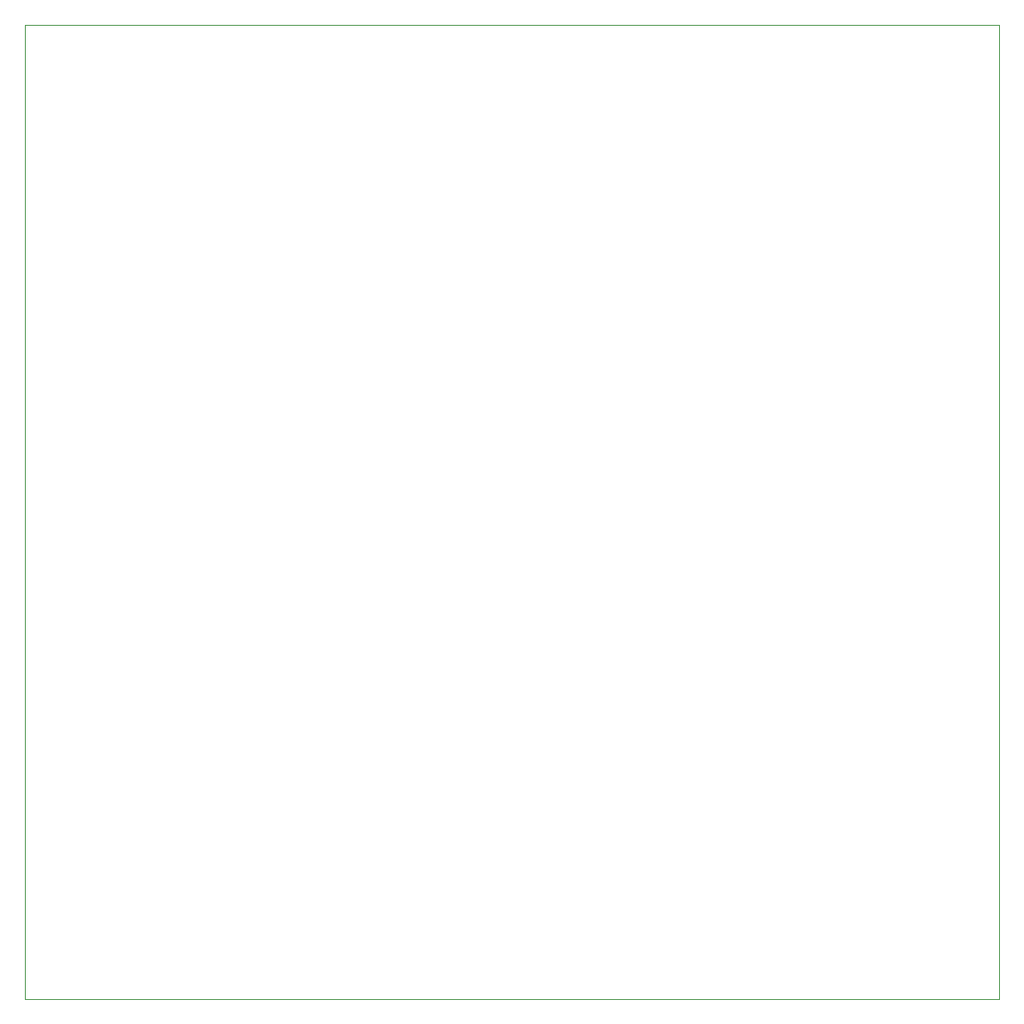
<source format=gbr>
%TF.GenerationSoftware,KiCad,Pcbnew,7.0.9*%
%TF.CreationDate,2024-03-13T01:01:39-05:00*%
%TF.ProjectId,BOARD,424f4152-442e-46b6-9963-61645f706362,rev?*%
%TF.SameCoordinates,Original*%
%TF.FileFunction,Profile,NP*%
%FSLAX46Y46*%
G04 Gerber Fmt 4.6, Leading zero omitted, Abs format (unit mm)*
G04 Created by KiCad (PCBNEW 7.0.9) date 2024-03-13 01:01:39*
%MOMM*%
%LPD*%
G01*
G04 APERTURE LIST*
%TA.AperFunction,Profile*%
%ADD10C,0.100000*%
%TD*%
G04 APERTURE END LIST*
D10*
X80000000Y-40000000D02*
X176000000Y-40000000D01*
X176000000Y-136000000D01*
X80000000Y-136000000D01*
X80000000Y-40000000D01*
M02*

</source>
